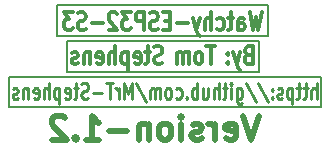
<source format=gbr>
%TF.GenerationSoftware,KiCad,Pcbnew,(6.99.0-1793-ga56955443f)*%
%TF.CreationDate,2022-12-11T18:47:06+00:00*%
%TF.ProjectId,Watchy-MrT-ESP32-S3-V1,57617463-6879-42d4-9d72-542d45535033,rev?*%
%TF.SameCoordinates,Original*%
%TF.FileFunction,Legend,Bot*%
%TF.FilePolarity,Positive*%
%FSLAX46Y46*%
G04 Gerber Fmt 4.6, Leading zero omitted, Abs format (unit mm)*
G04 Created by KiCad (PCBNEW (6.99.0-1793-ga56955443f)) date 2022-12-11 18:47:06*
%MOMM*%
%LPD*%
G01*
G04 APERTURE LIST*
%ADD10C,0.200000*%
%ADD11C,0.250000*%
%ADD12C,0.300000*%
%ADD13C,0.500000*%
G04 APERTURE END LIST*
D10*
X111500000Y-86700000D02*
X137900000Y-86700000D01*
X137900000Y-86700000D02*
X137900000Y-84100000D01*
X137900000Y-84100000D02*
X111500000Y-84100000D01*
X111500000Y-84100000D02*
X111500000Y-86700000D01*
D11*
X137533333Y-85977595D02*
X137533333Y-84677595D01*
X137104762Y-85977595D02*
X137104762Y-85296642D01*
X137104762Y-85296642D02*
X137152381Y-85172833D01*
X137152381Y-85172833D02*
X137247619Y-85110928D01*
X137247619Y-85110928D02*
X137390476Y-85110928D01*
X137390476Y-85110928D02*
X137485714Y-85172833D01*
X137485714Y-85172833D02*
X137533333Y-85234738D01*
X136771428Y-85110928D02*
X136390476Y-85110928D01*
X136628571Y-84677595D02*
X136628571Y-85791880D01*
X136628571Y-85791880D02*
X136580952Y-85915690D01*
X136580952Y-85915690D02*
X136485714Y-85977595D01*
X136485714Y-85977595D02*
X136390476Y-85977595D01*
X136199999Y-85110928D02*
X135819047Y-85110928D01*
X136057142Y-84677595D02*
X136057142Y-85791880D01*
X136057142Y-85791880D02*
X136009523Y-85915690D01*
X136009523Y-85915690D02*
X135914285Y-85977595D01*
X135914285Y-85977595D02*
X135819047Y-85977595D01*
X135485713Y-85110928D02*
X135485713Y-86410928D01*
X135485713Y-85172833D02*
X135390475Y-85110928D01*
X135390475Y-85110928D02*
X135199999Y-85110928D01*
X135199999Y-85110928D02*
X135104761Y-85172833D01*
X135104761Y-85172833D02*
X135057142Y-85234738D01*
X135057142Y-85234738D02*
X135009523Y-85358547D01*
X135009523Y-85358547D02*
X135009523Y-85729976D01*
X135009523Y-85729976D02*
X135057142Y-85853785D01*
X135057142Y-85853785D02*
X135104761Y-85915690D01*
X135104761Y-85915690D02*
X135199999Y-85977595D01*
X135199999Y-85977595D02*
X135390475Y-85977595D01*
X135390475Y-85977595D02*
X135485713Y-85915690D01*
X134628570Y-85915690D02*
X134533332Y-85977595D01*
X134533332Y-85977595D02*
X134342856Y-85977595D01*
X134342856Y-85977595D02*
X134247618Y-85915690D01*
X134247618Y-85915690D02*
X134199999Y-85791880D01*
X134199999Y-85791880D02*
X134199999Y-85729976D01*
X134199999Y-85729976D02*
X134247618Y-85606166D01*
X134247618Y-85606166D02*
X134342856Y-85544261D01*
X134342856Y-85544261D02*
X134485713Y-85544261D01*
X134485713Y-85544261D02*
X134580951Y-85482357D01*
X134580951Y-85482357D02*
X134628570Y-85358547D01*
X134628570Y-85358547D02*
X134628570Y-85296642D01*
X134628570Y-85296642D02*
X134580951Y-85172833D01*
X134580951Y-85172833D02*
X134485713Y-85110928D01*
X134485713Y-85110928D02*
X134342856Y-85110928D01*
X134342856Y-85110928D02*
X134247618Y-85172833D01*
X133771427Y-85853785D02*
X133723808Y-85915690D01*
X133723808Y-85915690D02*
X133771427Y-85977595D01*
X133771427Y-85977595D02*
X133819046Y-85915690D01*
X133819046Y-85915690D02*
X133771427Y-85853785D01*
X133771427Y-85853785D02*
X133771427Y-85977595D01*
X133771427Y-85172833D02*
X133723808Y-85234738D01*
X133723808Y-85234738D02*
X133771427Y-85296642D01*
X133771427Y-85296642D02*
X133819046Y-85234738D01*
X133819046Y-85234738D02*
X133771427Y-85172833D01*
X133771427Y-85172833D02*
X133771427Y-85296642D01*
X132580952Y-84615690D02*
X133438094Y-86287119D01*
X131533333Y-84615690D02*
X132390475Y-86287119D01*
X130771428Y-85110928D02*
X130771428Y-86163309D01*
X130771428Y-86163309D02*
X130819047Y-86287119D01*
X130819047Y-86287119D02*
X130866666Y-86349023D01*
X130866666Y-86349023D02*
X130961904Y-86410928D01*
X130961904Y-86410928D02*
X131104761Y-86410928D01*
X131104761Y-86410928D02*
X131199999Y-86349023D01*
X130771428Y-85915690D02*
X130866666Y-85977595D01*
X130866666Y-85977595D02*
X131057142Y-85977595D01*
X131057142Y-85977595D02*
X131152380Y-85915690D01*
X131152380Y-85915690D02*
X131199999Y-85853785D01*
X131199999Y-85853785D02*
X131247618Y-85729976D01*
X131247618Y-85729976D02*
X131247618Y-85358547D01*
X131247618Y-85358547D02*
X131199999Y-85234738D01*
X131199999Y-85234738D02*
X131152380Y-85172833D01*
X131152380Y-85172833D02*
X131057142Y-85110928D01*
X131057142Y-85110928D02*
X130866666Y-85110928D01*
X130866666Y-85110928D02*
X130771428Y-85172833D01*
X130295237Y-85977595D02*
X130295237Y-85110928D01*
X130295237Y-84677595D02*
X130342856Y-84739500D01*
X130342856Y-84739500D02*
X130295237Y-84801404D01*
X130295237Y-84801404D02*
X130247618Y-84739500D01*
X130247618Y-84739500D02*
X130295237Y-84677595D01*
X130295237Y-84677595D02*
X130295237Y-84801404D01*
X129961904Y-85110928D02*
X129580952Y-85110928D01*
X129819047Y-84677595D02*
X129819047Y-85791880D01*
X129819047Y-85791880D02*
X129771428Y-85915690D01*
X129771428Y-85915690D02*
X129676190Y-85977595D01*
X129676190Y-85977595D02*
X129580952Y-85977595D01*
X129247618Y-85977595D02*
X129247618Y-84677595D01*
X128819047Y-85977595D02*
X128819047Y-85296642D01*
X128819047Y-85296642D02*
X128866666Y-85172833D01*
X128866666Y-85172833D02*
X128961904Y-85110928D01*
X128961904Y-85110928D02*
X129104761Y-85110928D01*
X129104761Y-85110928D02*
X129199999Y-85172833D01*
X129199999Y-85172833D02*
X129247618Y-85234738D01*
X127914285Y-85110928D02*
X127914285Y-85977595D01*
X128342856Y-85110928D02*
X128342856Y-85791880D01*
X128342856Y-85791880D02*
X128295237Y-85915690D01*
X128295237Y-85915690D02*
X128199999Y-85977595D01*
X128199999Y-85977595D02*
X128057142Y-85977595D01*
X128057142Y-85977595D02*
X127961904Y-85915690D01*
X127961904Y-85915690D02*
X127914285Y-85853785D01*
X127438094Y-85977595D02*
X127438094Y-84677595D01*
X127438094Y-85172833D02*
X127342856Y-85110928D01*
X127342856Y-85110928D02*
X127152380Y-85110928D01*
X127152380Y-85110928D02*
X127057142Y-85172833D01*
X127057142Y-85172833D02*
X127009523Y-85234738D01*
X127009523Y-85234738D02*
X126961904Y-85358547D01*
X126961904Y-85358547D02*
X126961904Y-85729976D01*
X126961904Y-85729976D02*
X127009523Y-85853785D01*
X127009523Y-85853785D02*
X127057142Y-85915690D01*
X127057142Y-85915690D02*
X127152380Y-85977595D01*
X127152380Y-85977595D02*
X127342856Y-85977595D01*
X127342856Y-85977595D02*
X127438094Y-85915690D01*
X126533332Y-85853785D02*
X126485713Y-85915690D01*
X126485713Y-85915690D02*
X126533332Y-85977595D01*
X126533332Y-85977595D02*
X126580951Y-85915690D01*
X126580951Y-85915690D02*
X126533332Y-85853785D01*
X126533332Y-85853785D02*
X126533332Y-85977595D01*
X125628571Y-85915690D02*
X125723809Y-85977595D01*
X125723809Y-85977595D02*
X125914285Y-85977595D01*
X125914285Y-85977595D02*
X126009523Y-85915690D01*
X126009523Y-85915690D02*
X126057142Y-85853785D01*
X126057142Y-85853785D02*
X126104761Y-85729976D01*
X126104761Y-85729976D02*
X126104761Y-85358547D01*
X126104761Y-85358547D02*
X126057142Y-85234738D01*
X126057142Y-85234738D02*
X126009523Y-85172833D01*
X126009523Y-85172833D02*
X125914285Y-85110928D01*
X125914285Y-85110928D02*
X125723809Y-85110928D01*
X125723809Y-85110928D02*
X125628571Y-85172833D01*
X125057142Y-85977595D02*
X125152380Y-85915690D01*
X125152380Y-85915690D02*
X125199999Y-85853785D01*
X125199999Y-85853785D02*
X125247618Y-85729976D01*
X125247618Y-85729976D02*
X125247618Y-85358547D01*
X125247618Y-85358547D02*
X125199999Y-85234738D01*
X125199999Y-85234738D02*
X125152380Y-85172833D01*
X125152380Y-85172833D02*
X125057142Y-85110928D01*
X125057142Y-85110928D02*
X124914285Y-85110928D01*
X124914285Y-85110928D02*
X124819047Y-85172833D01*
X124819047Y-85172833D02*
X124771428Y-85234738D01*
X124771428Y-85234738D02*
X124723809Y-85358547D01*
X124723809Y-85358547D02*
X124723809Y-85729976D01*
X124723809Y-85729976D02*
X124771428Y-85853785D01*
X124771428Y-85853785D02*
X124819047Y-85915690D01*
X124819047Y-85915690D02*
X124914285Y-85977595D01*
X124914285Y-85977595D02*
X125057142Y-85977595D01*
X124295237Y-85977595D02*
X124295237Y-85110928D01*
X124295237Y-85234738D02*
X124247618Y-85172833D01*
X124247618Y-85172833D02*
X124152380Y-85110928D01*
X124152380Y-85110928D02*
X124009523Y-85110928D01*
X124009523Y-85110928D02*
X123914285Y-85172833D01*
X123914285Y-85172833D02*
X123866666Y-85296642D01*
X123866666Y-85296642D02*
X123866666Y-85977595D01*
X123866666Y-85296642D02*
X123819047Y-85172833D01*
X123819047Y-85172833D02*
X123723809Y-85110928D01*
X123723809Y-85110928D02*
X123580952Y-85110928D01*
X123580952Y-85110928D02*
X123485713Y-85172833D01*
X123485713Y-85172833D02*
X123438094Y-85296642D01*
X123438094Y-85296642D02*
X123438094Y-85977595D01*
X122247619Y-84615690D02*
X123104761Y-86287119D01*
X121914285Y-85977595D02*
X121914285Y-84677595D01*
X121914285Y-84677595D02*
X121580952Y-85606166D01*
X121580952Y-85606166D02*
X121247619Y-84677595D01*
X121247619Y-84677595D02*
X121247619Y-85977595D01*
X120771428Y-85977595D02*
X120771428Y-85110928D01*
X120771428Y-85358547D02*
X120723809Y-85234738D01*
X120723809Y-85234738D02*
X120676190Y-85172833D01*
X120676190Y-85172833D02*
X120580952Y-85110928D01*
X120580952Y-85110928D02*
X120485714Y-85110928D01*
X120295237Y-84677595D02*
X119723809Y-84677595D01*
X120009523Y-85977595D02*
X120009523Y-84677595D01*
X119390475Y-85482357D02*
X118628571Y-85482357D01*
X118199999Y-85915690D02*
X118057142Y-85977595D01*
X118057142Y-85977595D02*
X117819047Y-85977595D01*
X117819047Y-85977595D02*
X117723809Y-85915690D01*
X117723809Y-85915690D02*
X117676190Y-85853785D01*
X117676190Y-85853785D02*
X117628571Y-85729976D01*
X117628571Y-85729976D02*
X117628571Y-85606166D01*
X117628571Y-85606166D02*
X117676190Y-85482357D01*
X117676190Y-85482357D02*
X117723809Y-85420452D01*
X117723809Y-85420452D02*
X117819047Y-85358547D01*
X117819047Y-85358547D02*
X118009523Y-85296642D01*
X118009523Y-85296642D02*
X118104761Y-85234738D01*
X118104761Y-85234738D02*
X118152380Y-85172833D01*
X118152380Y-85172833D02*
X118199999Y-85049023D01*
X118199999Y-85049023D02*
X118199999Y-84925214D01*
X118199999Y-84925214D02*
X118152380Y-84801404D01*
X118152380Y-84801404D02*
X118104761Y-84739500D01*
X118104761Y-84739500D02*
X118009523Y-84677595D01*
X118009523Y-84677595D02*
X117771428Y-84677595D01*
X117771428Y-84677595D02*
X117628571Y-84739500D01*
X117342856Y-85110928D02*
X116961904Y-85110928D01*
X117199999Y-84677595D02*
X117199999Y-85791880D01*
X117199999Y-85791880D02*
X117152380Y-85915690D01*
X117152380Y-85915690D02*
X117057142Y-85977595D01*
X117057142Y-85977595D02*
X116961904Y-85977595D01*
X116247618Y-85915690D02*
X116342856Y-85977595D01*
X116342856Y-85977595D02*
X116533332Y-85977595D01*
X116533332Y-85977595D02*
X116628570Y-85915690D01*
X116628570Y-85915690D02*
X116676189Y-85791880D01*
X116676189Y-85791880D02*
X116676189Y-85296642D01*
X116676189Y-85296642D02*
X116628570Y-85172833D01*
X116628570Y-85172833D02*
X116533332Y-85110928D01*
X116533332Y-85110928D02*
X116342856Y-85110928D01*
X116342856Y-85110928D02*
X116247618Y-85172833D01*
X116247618Y-85172833D02*
X116199999Y-85296642D01*
X116199999Y-85296642D02*
X116199999Y-85420452D01*
X116199999Y-85420452D02*
X116676189Y-85544261D01*
X115771427Y-85110928D02*
X115771427Y-86410928D01*
X115771427Y-85172833D02*
X115676189Y-85110928D01*
X115676189Y-85110928D02*
X115485713Y-85110928D01*
X115485713Y-85110928D02*
X115390475Y-85172833D01*
X115390475Y-85172833D02*
X115342856Y-85234738D01*
X115342856Y-85234738D02*
X115295237Y-85358547D01*
X115295237Y-85358547D02*
X115295237Y-85729976D01*
X115295237Y-85729976D02*
X115342856Y-85853785D01*
X115342856Y-85853785D02*
X115390475Y-85915690D01*
X115390475Y-85915690D02*
X115485713Y-85977595D01*
X115485713Y-85977595D02*
X115676189Y-85977595D01*
X115676189Y-85977595D02*
X115771427Y-85915690D01*
X114866665Y-85977595D02*
X114866665Y-84677595D01*
X114438094Y-85977595D02*
X114438094Y-85296642D01*
X114438094Y-85296642D02*
X114485713Y-85172833D01*
X114485713Y-85172833D02*
X114580951Y-85110928D01*
X114580951Y-85110928D02*
X114723808Y-85110928D01*
X114723808Y-85110928D02*
X114819046Y-85172833D01*
X114819046Y-85172833D02*
X114866665Y-85234738D01*
X113580951Y-85915690D02*
X113676189Y-85977595D01*
X113676189Y-85977595D02*
X113866665Y-85977595D01*
X113866665Y-85977595D02*
X113961903Y-85915690D01*
X113961903Y-85915690D02*
X114009522Y-85791880D01*
X114009522Y-85791880D02*
X114009522Y-85296642D01*
X114009522Y-85296642D02*
X113961903Y-85172833D01*
X113961903Y-85172833D02*
X113866665Y-85110928D01*
X113866665Y-85110928D02*
X113676189Y-85110928D01*
X113676189Y-85110928D02*
X113580951Y-85172833D01*
X113580951Y-85172833D02*
X113533332Y-85296642D01*
X113533332Y-85296642D02*
X113533332Y-85420452D01*
X113533332Y-85420452D02*
X114009522Y-85544261D01*
X113104760Y-85110928D02*
X113104760Y-85977595D01*
X113104760Y-85234738D02*
X113057141Y-85172833D01*
X113057141Y-85172833D02*
X112961903Y-85110928D01*
X112961903Y-85110928D02*
X112819046Y-85110928D01*
X112819046Y-85110928D02*
X112723808Y-85172833D01*
X112723808Y-85172833D02*
X112676189Y-85296642D01*
X112676189Y-85296642D02*
X112676189Y-85977595D01*
X112247617Y-85915690D02*
X112152379Y-85977595D01*
X112152379Y-85977595D02*
X111961903Y-85977595D01*
X111961903Y-85977595D02*
X111866665Y-85915690D01*
X111866665Y-85915690D02*
X111819046Y-85791880D01*
X111819046Y-85791880D02*
X111819046Y-85729976D01*
X111819046Y-85729976D02*
X111866665Y-85606166D01*
X111866665Y-85606166D02*
X111961903Y-85544261D01*
X111961903Y-85544261D02*
X112104760Y-85544261D01*
X112104760Y-85544261D02*
X112199998Y-85482357D01*
X112199998Y-85482357D02*
X112247617Y-85358547D01*
X112247617Y-85358547D02*
X112247617Y-85296642D01*
X112247617Y-85296642D02*
X112199998Y-85172833D01*
X112199998Y-85172833D02*
X112104760Y-85110928D01*
X112104760Y-85110928D02*
X111961903Y-85110928D01*
X111961903Y-85110928D02*
X111866665Y-85172833D01*
D10*
X115600000Y-80700000D02*
X133400000Y-80700000D01*
X133400000Y-80700000D02*
X133400000Y-78000000D01*
X133400000Y-78000000D02*
X115600000Y-78000000D01*
X115600000Y-78000000D02*
X115600000Y-80700000D01*
D12*
X132899998Y-78651071D02*
X132614284Y-80151071D01*
X132614284Y-80151071D02*
X132385712Y-79079642D01*
X132385712Y-79079642D02*
X132157141Y-80151071D01*
X132157141Y-80151071D02*
X131871427Y-78651071D01*
X130899998Y-80151071D02*
X130899998Y-79365357D01*
X130899998Y-79365357D02*
X130957140Y-79222500D01*
X130957140Y-79222500D02*
X131071426Y-79151071D01*
X131071426Y-79151071D02*
X131299998Y-79151071D01*
X131299998Y-79151071D02*
X131414283Y-79222500D01*
X130899998Y-80079642D02*
X131014283Y-80151071D01*
X131014283Y-80151071D02*
X131299998Y-80151071D01*
X131299998Y-80151071D02*
X131414283Y-80079642D01*
X131414283Y-80079642D02*
X131471426Y-79936785D01*
X131471426Y-79936785D02*
X131471426Y-79793928D01*
X131471426Y-79793928D02*
X131414283Y-79651071D01*
X131414283Y-79651071D02*
X131299998Y-79579642D01*
X131299998Y-79579642D02*
X131014283Y-79579642D01*
X131014283Y-79579642D02*
X130899998Y-79508214D01*
X130499998Y-79151071D02*
X130042855Y-79151071D01*
X130328569Y-78651071D02*
X130328569Y-79936785D01*
X130328569Y-79936785D02*
X130271426Y-80079642D01*
X130271426Y-80079642D02*
X130157141Y-80151071D01*
X130157141Y-80151071D02*
X130042855Y-80151071D01*
X129128570Y-80079642D02*
X129242855Y-80151071D01*
X129242855Y-80151071D02*
X129471427Y-80151071D01*
X129471427Y-80151071D02*
X129585712Y-80079642D01*
X129585712Y-80079642D02*
X129642855Y-80008214D01*
X129642855Y-80008214D02*
X129699998Y-79865357D01*
X129699998Y-79865357D02*
X129699998Y-79436785D01*
X129699998Y-79436785D02*
X129642855Y-79293928D01*
X129642855Y-79293928D02*
X129585712Y-79222500D01*
X129585712Y-79222500D02*
X129471427Y-79151071D01*
X129471427Y-79151071D02*
X129242855Y-79151071D01*
X129242855Y-79151071D02*
X129128570Y-79222500D01*
X128614284Y-80151071D02*
X128614284Y-78651071D01*
X128099999Y-80151071D02*
X128099999Y-79365357D01*
X128099999Y-79365357D02*
X128157141Y-79222500D01*
X128157141Y-79222500D02*
X128271427Y-79151071D01*
X128271427Y-79151071D02*
X128442856Y-79151071D01*
X128442856Y-79151071D02*
X128557141Y-79222500D01*
X128557141Y-79222500D02*
X128614284Y-79293928D01*
X127642856Y-79151071D02*
X127357142Y-80151071D01*
X127071427Y-79151071D02*
X127357142Y-80151071D01*
X127357142Y-80151071D02*
X127471427Y-80508214D01*
X127471427Y-80508214D02*
X127528570Y-80579642D01*
X127528570Y-80579642D02*
X127642856Y-80651071D01*
X126614284Y-79579642D02*
X125699999Y-79579642D01*
X125128570Y-79365357D02*
X124728570Y-79365357D01*
X124557142Y-80151071D02*
X125128570Y-80151071D01*
X125128570Y-80151071D02*
X125128570Y-78651071D01*
X125128570Y-78651071D02*
X124557142Y-78651071D01*
X124099999Y-80079642D02*
X123928571Y-80151071D01*
X123928571Y-80151071D02*
X123642856Y-80151071D01*
X123642856Y-80151071D02*
X123528571Y-80079642D01*
X123528571Y-80079642D02*
X123471428Y-80008214D01*
X123471428Y-80008214D02*
X123414285Y-79865357D01*
X123414285Y-79865357D02*
X123414285Y-79722500D01*
X123414285Y-79722500D02*
X123471428Y-79579642D01*
X123471428Y-79579642D02*
X123528571Y-79508214D01*
X123528571Y-79508214D02*
X123642856Y-79436785D01*
X123642856Y-79436785D02*
X123871428Y-79365357D01*
X123871428Y-79365357D02*
X123985713Y-79293928D01*
X123985713Y-79293928D02*
X124042856Y-79222500D01*
X124042856Y-79222500D02*
X124099999Y-79079642D01*
X124099999Y-79079642D02*
X124099999Y-78936785D01*
X124099999Y-78936785D02*
X124042856Y-78793928D01*
X124042856Y-78793928D02*
X123985713Y-78722500D01*
X123985713Y-78722500D02*
X123871428Y-78651071D01*
X123871428Y-78651071D02*
X123585713Y-78651071D01*
X123585713Y-78651071D02*
X123414285Y-78722500D01*
X122899999Y-80151071D02*
X122899999Y-78651071D01*
X122899999Y-78651071D02*
X122442856Y-78651071D01*
X122442856Y-78651071D02*
X122328571Y-78722500D01*
X122328571Y-78722500D02*
X122271428Y-78793928D01*
X122271428Y-78793928D02*
X122214285Y-78936785D01*
X122214285Y-78936785D02*
X122214285Y-79151071D01*
X122214285Y-79151071D02*
X122271428Y-79293928D01*
X122271428Y-79293928D02*
X122328571Y-79365357D01*
X122328571Y-79365357D02*
X122442856Y-79436785D01*
X122442856Y-79436785D02*
X122899999Y-79436785D01*
X121814285Y-78651071D02*
X121071428Y-78651071D01*
X121071428Y-78651071D02*
X121471428Y-79222500D01*
X121471428Y-79222500D02*
X121299999Y-79222500D01*
X121299999Y-79222500D02*
X121185714Y-79293928D01*
X121185714Y-79293928D02*
X121128571Y-79365357D01*
X121128571Y-79365357D02*
X121071428Y-79508214D01*
X121071428Y-79508214D02*
X121071428Y-79865357D01*
X121071428Y-79865357D02*
X121128571Y-80008214D01*
X121128571Y-80008214D02*
X121185714Y-80079642D01*
X121185714Y-80079642D02*
X121299999Y-80151071D01*
X121299999Y-80151071D02*
X121642856Y-80151071D01*
X121642856Y-80151071D02*
X121757142Y-80079642D01*
X121757142Y-80079642D02*
X121814285Y-80008214D01*
X120614285Y-78793928D02*
X120557142Y-78722500D01*
X120557142Y-78722500D02*
X120442857Y-78651071D01*
X120442857Y-78651071D02*
X120157142Y-78651071D01*
X120157142Y-78651071D02*
X120042857Y-78722500D01*
X120042857Y-78722500D02*
X119985714Y-78793928D01*
X119985714Y-78793928D02*
X119928571Y-78936785D01*
X119928571Y-78936785D02*
X119928571Y-79079642D01*
X119928571Y-79079642D02*
X119985714Y-79293928D01*
X119985714Y-79293928D02*
X120671428Y-80151071D01*
X120671428Y-80151071D02*
X119928571Y-80151071D01*
X119414285Y-79579642D02*
X118500000Y-79579642D01*
X117985714Y-80079642D02*
X117814286Y-80151071D01*
X117814286Y-80151071D02*
X117528571Y-80151071D01*
X117528571Y-80151071D02*
X117414286Y-80079642D01*
X117414286Y-80079642D02*
X117357143Y-80008214D01*
X117357143Y-80008214D02*
X117300000Y-79865357D01*
X117300000Y-79865357D02*
X117300000Y-79722500D01*
X117300000Y-79722500D02*
X117357143Y-79579642D01*
X117357143Y-79579642D02*
X117414286Y-79508214D01*
X117414286Y-79508214D02*
X117528571Y-79436785D01*
X117528571Y-79436785D02*
X117757143Y-79365357D01*
X117757143Y-79365357D02*
X117871428Y-79293928D01*
X117871428Y-79293928D02*
X117928571Y-79222500D01*
X117928571Y-79222500D02*
X117985714Y-79079642D01*
X117985714Y-79079642D02*
X117985714Y-78936785D01*
X117985714Y-78936785D02*
X117928571Y-78793928D01*
X117928571Y-78793928D02*
X117871428Y-78722500D01*
X117871428Y-78722500D02*
X117757143Y-78651071D01*
X117757143Y-78651071D02*
X117471428Y-78651071D01*
X117471428Y-78651071D02*
X117300000Y-78722500D01*
X116900000Y-78651071D02*
X116157143Y-78651071D01*
X116157143Y-78651071D02*
X116557143Y-79222500D01*
X116557143Y-79222500D02*
X116385714Y-79222500D01*
X116385714Y-79222500D02*
X116271429Y-79293928D01*
X116271429Y-79293928D02*
X116214286Y-79365357D01*
X116214286Y-79365357D02*
X116157143Y-79508214D01*
X116157143Y-79508214D02*
X116157143Y-79865357D01*
X116157143Y-79865357D02*
X116214286Y-80008214D01*
X116214286Y-80008214D02*
X116271429Y-80079642D01*
X116271429Y-80079642D02*
X116385714Y-80151071D01*
X116385714Y-80151071D02*
X116728571Y-80151071D01*
X116728571Y-80151071D02*
X116842857Y-80079642D01*
X116842857Y-80079642D02*
X116900000Y-80008214D01*
D10*
X116400000Y-83700000D02*
X132700000Y-83700000D01*
X132700000Y-83700000D02*
X132700000Y-81100000D01*
X132700000Y-81100000D02*
X116400000Y-81100000D01*
X116400000Y-81100000D02*
X116400000Y-83700000D01*
D12*
X131734284Y-82265357D02*
X131562856Y-82336785D01*
X131562856Y-82336785D02*
X131505713Y-82408214D01*
X131505713Y-82408214D02*
X131448570Y-82551071D01*
X131448570Y-82551071D02*
X131448570Y-82765357D01*
X131448570Y-82765357D02*
X131505713Y-82908214D01*
X131505713Y-82908214D02*
X131562856Y-82979642D01*
X131562856Y-82979642D02*
X131677141Y-83051071D01*
X131677141Y-83051071D02*
X132134284Y-83051071D01*
X132134284Y-83051071D02*
X132134284Y-81551071D01*
X132134284Y-81551071D02*
X131734284Y-81551071D01*
X131734284Y-81551071D02*
X131619999Y-81622500D01*
X131619999Y-81622500D02*
X131562856Y-81693928D01*
X131562856Y-81693928D02*
X131505713Y-81836785D01*
X131505713Y-81836785D02*
X131505713Y-81979642D01*
X131505713Y-81979642D02*
X131562856Y-82122500D01*
X131562856Y-82122500D02*
X131619999Y-82193928D01*
X131619999Y-82193928D02*
X131734284Y-82265357D01*
X131734284Y-82265357D02*
X132134284Y-82265357D01*
X131048570Y-82051071D02*
X130762856Y-83051071D01*
X130477141Y-82051071D02*
X130762856Y-83051071D01*
X130762856Y-83051071D02*
X130877141Y-83408214D01*
X130877141Y-83408214D02*
X130934284Y-83479642D01*
X130934284Y-83479642D02*
X131048570Y-83551071D01*
X130019998Y-82908214D02*
X129962855Y-82979642D01*
X129962855Y-82979642D02*
X130019998Y-83051071D01*
X130019998Y-83051071D02*
X130077141Y-82979642D01*
X130077141Y-82979642D02*
X130019998Y-82908214D01*
X130019998Y-82908214D02*
X130019998Y-83051071D01*
X130019998Y-82122500D02*
X129962855Y-82193928D01*
X129962855Y-82193928D02*
X130019998Y-82265357D01*
X130019998Y-82265357D02*
X130077141Y-82193928D01*
X130077141Y-82193928D02*
X130019998Y-82122500D01*
X130019998Y-82122500D02*
X130019998Y-82265357D01*
X128899998Y-81551071D02*
X128214284Y-81551071D01*
X128557141Y-83051071D02*
X128557141Y-81551071D01*
X127642855Y-83051071D02*
X127757140Y-82979642D01*
X127757140Y-82979642D02*
X127814283Y-82908214D01*
X127814283Y-82908214D02*
X127871426Y-82765357D01*
X127871426Y-82765357D02*
X127871426Y-82336785D01*
X127871426Y-82336785D02*
X127814283Y-82193928D01*
X127814283Y-82193928D02*
X127757140Y-82122500D01*
X127757140Y-82122500D02*
X127642855Y-82051071D01*
X127642855Y-82051071D02*
X127471426Y-82051071D01*
X127471426Y-82051071D02*
X127357140Y-82122500D01*
X127357140Y-82122500D02*
X127299998Y-82193928D01*
X127299998Y-82193928D02*
X127242855Y-82336785D01*
X127242855Y-82336785D02*
X127242855Y-82765357D01*
X127242855Y-82765357D02*
X127299998Y-82908214D01*
X127299998Y-82908214D02*
X127357140Y-82979642D01*
X127357140Y-82979642D02*
X127471426Y-83051071D01*
X127471426Y-83051071D02*
X127642855Y-83051071D01*
X126728569Y-83051071D02*
X126728569Y-82051071D01*
X126728569Y-82193928D02*
X126671426Y-82122500D01*
X126671426Y-82122500D02*
X126557141Y-82051071D01*
X126557141Y-82051071D02*
X126385712Y-82051071D01*
X126385712Y-82051071D02*
X126271426Y-82122500D01*
X126271426Y-82122500D02*
X126214284Y-82265357D01*
X126214284Y-82265357D02*
X126214284Y-83051071D01*
X126214284Y-82265357D02*
X126157141Y-82122500D01*
X126157141Y-82122500D02*
X126042855Y-82051071D01*
X126042855Y-82051071D02*
X125871426Y-82051071D01*
X125871426Y-82051071D02*
X125757141Y-82122500D01*
X125757141Y-82122500D02*
X125699998Y-82265357D01*
X125699998Y-82265357D02*
X125699998Y-83051071D01*
X124465712Y-82979642D02*
X124294284Y-83051071D01*
X124294284Y-83051071D02*
X124008569Y-83051071D01*
X124008569Y-83051071D02*
X123894284Y-82979642D01*
X123894284Y-82979642D02*
X123837141Y-82908214D01*
X123837141Y-82908214D02*
X123779998Y-82765357D01*
X123779998Y-82765357D02*
X123779998Y-82622500D01*
X123779998Y-82622500D02*
X123837141Y-82479642D01*
X123837141Y-82479642D02*
X123894284Y-82408214D01*
X123894284Y-82408214D02*
X124008569Y-82336785D01*
X124008569Y-82336785D02*
X124237141Y-82265357D01*
X124237141Y-82265357D02*
X124351426Y-82193928D01*
X124351426Y-82193928D02*
X124408569Y-82122500D01*
X124408569Y-82122500D02*
X124465712Y-81979642D01*
X124465712Y-81979642D02*
X124465712Y-81836785D01*
X124465712Y-81836785D02*
X124408569Y-81693928D01*
X124408569Y-81693928D02*
X124351426Y-81622500D01*
X124351426Y-81622500D02*
X124237141Y-81551071D01*
X124237141Y-81551071D02*
X123951426Y-81551071D01*
X123951426Y-81551071D02*
X123779998Y-81622500D01*
X123437141Y-82051071D02*
X122979998Y-82051071D01*
X123265712Y-81551071D02*
X123265712Y-82836785D01*
X123265712Y-82836785D02*
X123208569Y-82979642D01*
X123208569Y-82979642D02*
X123094284Y-83051071D01*
X123094284Y-83051071D02*
X122979998Y-83051071D01*
X122122855Y-82979642D02*
X122237141Y-83051071D01*
X122237141Y-83051071D02*
X122465713Y-83051071D01*
X122465713Y-83051071D02*
X122579998Y-82979642D01*
X122579998Y-82979642D02*
X122637141Y-82836785D01*
X122637141Y-82836785D02*
X122637141Y-82265357D01*
X122637141Y-82265357D02*
X122579998Y-82122500D01*
X122579998Y-82122500D02*
X122465713Y-82051071D01*
X122465713Y-82051071D02*
X122237141Y-82051071D01*
X122237141Y-82051071D02*
X122122855Y-82122500D01*
X122122855Y-82122500D02*
X122065713Y-82265357D01*
X122065713Y-82265357D02*
X122065713Y-82408214D01*
X122065713Y-82408214D02*
X122637141Y-82551071D01*
X121551427Y-82051071D02*
X121551427Y-83551071D01*
X121551427Y-82122500D02*
X121437142Y-82051071D01*
X121437142Y-82051071D02*
X121208570Y-82051071D01*
X121208570Y-82051071D02*
X121094284Y-82122500D01*
X121094284Y-82122500D02*
X121037142Y-82193928D01*
X121037142Y-82193928D02*
X120979999Y-82336785D01*
X120979999Y-82336785D02*
X120979999Y-82765357D01*
X120979999Y-82765357D02*
X121037142Y-82908214D01*
X121037142Y-82908214D02*
X121094284Y-82979642D01*
X121094284Y-82979642D02*
X121208570Y-83051071D01*
X121208570Y-83051071D02*
X121437142Y-83051071D01*
X121437142Y-83051071D02*
X121551427Y-82979642D01*
X120465713Y-83051071D02*
X120465713Y-81551071D01*
X119951428Y-83051071D02*
X119951428Y-82265357D01*
X119951428Y-82265357D02*
X120008570Y-82122500D01*
X120008570Y-82122500D02*
X120122856Y-82051071D01*
X120122856Y-82051071D02*
X120294285Y-82051071D01*
X120294285Y-82051071D02*
X120408570Y-82122500D01*
X120408570Y-82122500D02*
X120465713Y-82193928D01*
X118922856Y-82979642D02*
X119037142Y-83051071D01*
X119037142Y-83051071D02*
X119265714Y-83051071D01*
X119265714Y-83051071D02*
X119379999Y-82979642D01*
X119379999Y-82979642D02*
X119437142Y-82836785D01*
X119437142Y-82836785D02*
X119437142Y-82265357D01*
X119437142Y-82265357D02*
X119379999Y-82122500D01*
X119379999Y-82122500D02*
X119265714Y-82051071D01*
X119265714Y-82051071D02*
X119037142Y-82051071D01*
X119037142Y-82051071D02*
X118922856Y-82122500D01*
X118922856Y-82122500D02*
X118865714Y-82265357D01*
X118865714Y-82265357D02*
X118865714Y-82408214D01*
X118865714Y-82408214D02*
X119437142Y-82551071D01*
X118351428Y-82051071D02*
X118351428Y-83051071D01*
X118351428Y-82193928D02*
X118294285Y-82122500D01*
X118294285Y-82122500D02*
X118180000Y-82051071D01*
X118180000Y-82051071D02*
X118008571Y-82051071D01*
X118008571Y-82051071D02*
X117894285Y-82122500D01*
X117894285Y-82122500D02*
X117837143Y-82265357D01*
X117837143Y-82265357D02*
X117837143Y-83051071D01*
X117322857Y-82979642D02*
X117208571Y-83051071D01*
X117208571Y-83051071D02*
X116980000Y-83051071D01*
X116980000Y-83051071D02*
X116865714Y-82979642D01*
X116865714Y-82979642D02*
X116808571Y-82836785D01*
X116808571Y-82836785D02*
X116808571Y-82765357D01*
X116808571Y-82765357D02*
X116865714Y-82622500D01*
X116865714Y-82622500D02*
X116980000Y-82551071D01*
X116980000Y-82551071D02*
X117151429Y-82551071D01*
X117151429Y-82551071D02*
X117265714Y-82479642D01*
X117265714Y-82479642D02*
X117322857Y-82336785D01*
X117322857Y-82336785D02*
X117322857Y-82265357D01*
X117322857Y-82265357D02*
X117265714Y-82122500D01*
X117265714Y-82122500D02*
X117151429Y-82051071D01*
X117151429Y-82051071D02*
X116980000Y-82051071D01*
X116980000Y-82051071D02*
X116865714Y-82122500D01*
D13*
X132657142Y-87434761D02*
X131990476Y-89434761D01*
X131990476Y-89434761D02*
X131323809Y-87434761D01*
X129895237Y-89339523D02*
X130085713Y-89434761D01*
X130085713Y-89434761D02*
X130466666Y-89434761D01*
X130466666Y-89434761D02*
X130657142Y-89339523D01*
X130657142Y-89339523D02*
X130752380Y-89149047D01*
X130752380Y-89149047D02*
X130752380Y-88387142D01*
X130752380Y-88387142D02*
X130657142Y-88196666D01*
X130657142Y-88196666D02*
X130466666Y-88101428D01*
X130466666Y-88101428D02*
X130085713Y-88101428D01*
X130085713Y-88101428D02*
X129895237Y-88196666D01*
X129895237Y-88196666D02*
X129799999Y-88387142D01*
X129799999Y-88387142D02*
X129799999Y-88577619D01*
X129799999Y-88577619D02*
X130752380Y-88768095D01*
X128942856Y-89434761D02*
X128942856Y-88101428D01*
X128942856Y-88482380D02*
X128847618Y-88291904D01*
X128847618Y-88291904D02*
X128752380Y-88196666D01*
X128752380Y-88196666D02*
X128561904Y-88101428D01*
X128561904Y-88101428D02*
X128371427Y-88101428D01*
X127799999Y-89339523D02*
X127609523Y-89434761D01*
X127609523Y-89434761D02*
X127228571Y-89434761D01*
X127228571Y-89434761D02*
X127038094Y-89339523D01*
X127038094Y-89339523D02*
X126942856Y-89149047D01*
X126942856Y-89149047D02*
X126942856Y-89053809D01*
X126942856Y-89053809D02*
X127038094Y-88863333D01*
X127038094Y-88863333D02*
X127228571Y-88768095D01*
X127228571Y-88768095D02*
X127514285Y-88768095D01*
X127514285Y-88768095D02*
X127704761Y-88672857D01*
X127704761Y-88672857D02*
X127799999Y-88482380D01*
X127799999Y-88482380D02*
X127799999Y-88387142D01*
X127799999Y-88387142D02*
X127704761Y-88196666D01*
X127704761Y-88196666D02*
X127514285Y-88101428D01*
X127514285Y-88101428D02*
X127228571Y-88101428D01*
X127228571Y-88101428D02*
X127038094Y-88196666D01*
X126085713Y-89434761D02*
X126085713Y-88101428D01*
X126085713Y-87434761D02*
X126180951Y-87530000D01*
X126180951Y-87530000D02*
X126085713Y-87625238D01*
X126085713Y-87625238D02*
X125990475Y-87530000D01*
X125990475Y-87530000D02*
X126085713Y-87434761D01*
X126085713Y-87434761D02*
X126085713Y-87625238D01*
X124847618Y-89434761D02*
X125038094Y-89339523D01*
X125038094Y-89339523D02*
X125133332Y-89244285D01*
X125133332Y-89244285D02*
X125228570Y-89053809D01*
X125228570Y-89053809D02*
X125228570Y-88482380D01*
X125228570Y-88482380D02*
X125133332Y-88291904D01*
X125133332Y-88291904D02*
X125038094Y-88196666D01*
X125038094Y-88196666D02*
X124847618Y-88101428D01*
X124847618Y-88101428D02*
X124561903Y-88101428D01*
X124561903Y-88101428D02*
X124371427Y-88196666D01*
X124371427Y-88196666D02*
X124276189Y-88291904D01*
X124276189Y-88291904D02*
X124180951Y-88482380D01*
X124180951Y-88482380D02*
X124180951Y-89053809D01*
X124180951Y-89053809D02*
X124276189Y-89244285D01*
X124276189Y-89244285D02*
X124371427Y-89339523D01*
X124371427Y-89339523D02*
X124561903Y-89434761D01*
X124561903Y-89434761D02*
X124847618Y-89434761D01*
X123323808Y-88101428D02*
X123323808Y-89434761D01*
X123323808Y-88291904D02*
X123228570Y-88196666D01*
X123228570Y-88196666D02*
X123038094Y-88101428D01*
X123038094Y-88101428D02*
X122752379Y-88101428D01*
X122752379Y-88101428D02*
X122561903Y-88196666D01*
X122561903Y-88196666D02*
X122466665Y-88387142D01*
X122466665Y-88387142D02*
X122466665Y-89434761D01*
X121514284Y-88672857D02*
X119990475Y-88672857D01*
X117990475Y-89434761D02*
X119133332Y-89434761D01*
X118561904Y-89434761D02*
X118561904Y-87434761D01*
X118561904Y-87434761D02*
X118752380Y-87720476D01*
X118752380Y-87720476D02*
X118942856Y-87910952D01*
X118942856Y-87910952D02*
X119133332Y-88006190D01*
X117133332Y-89244285D02*
X117038094Y-89339523D01*
X117038094Y-89339523D02*
X117133332Y-89434761D01*
X117133332Y-89434761D02*
X117228570Y-89339523D01*
X117228570Y-89339523D02*
X117133332Y-89244285D01*
X117133332Y-89244285D02*
X117133332Y-89434761D01*
X116276189Y-87625238D02*
X116180951Y-87530000D01*
X116180951Y-87530000D02*
X115990475Y-87434761D01*
X115990475Y-87434761D02*
X115514284Y-87434761D01*
X115514284Y-87434761D02*
X115323808Y-87530000D01*
X115323808Y-87530000D02*
X115228570Y-87625238D01*
X115228570Y-87625238D02*
X115133332Y-87815714D01*
X115133332Y-87815714D02*
X115133332Y-88006190D01*
X115133332Y-88006190D02*
X115228570Y-88291904D01*
X115228570Y-88291904D02*
X116371427Y-89434761D01*
X116371427Y-89434761D02*
X115133332Y-89434761D01*
M02*

</source>
